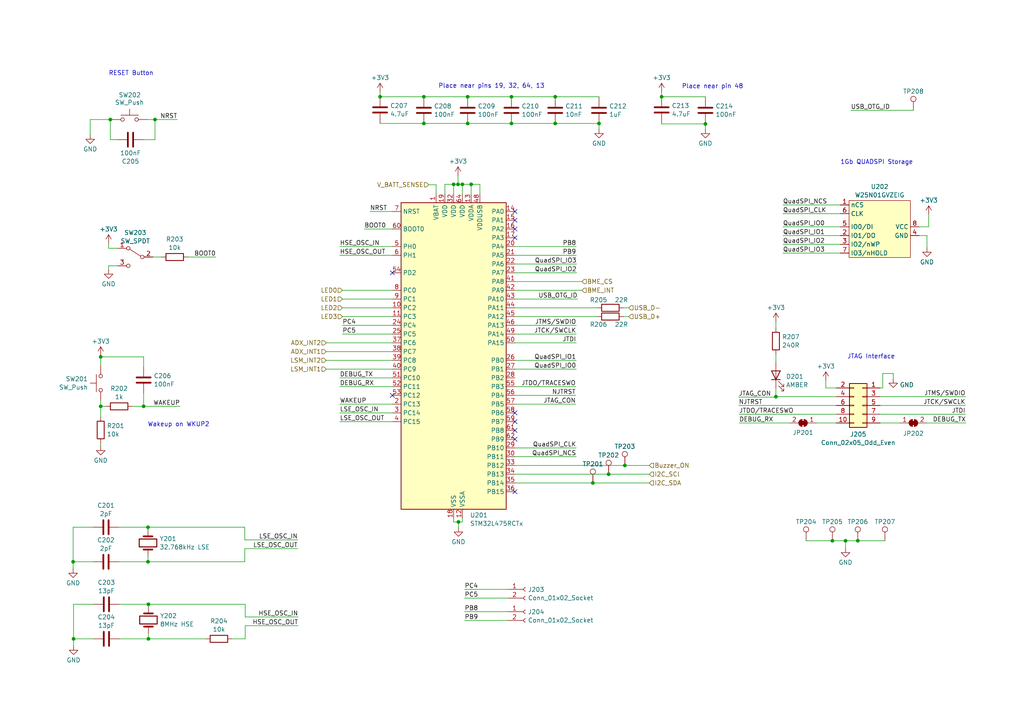
<source format=kicad_sch>
(kicad_sch (version 20231120) (generator "eeschema") (generator_version "8.0")
  (paper "A4")
  (title_block (title "Anduril-1 Flight Computer") (date "2024-02-22") (rev "V1.0") (company "UVic Rocketry"))
  (lib_symbols
    (symbol "Connector:Conn_01x02_Socket" (pin_names (offset 1.016) hide)
      (property "Reference" "J" (at 0 2.54 0))
      (property "Value" "Conn_01x02_Socket" (at 0 -5.08 0))
      (symbol "Conn_01x02_Socket_1_1"
        (arc (start 0 -2.032) (mid -0.5058 -2.54) (end 0 -3.048) (stroke (width 0.1524)))
        (polyline (pts (xy -1.27 -2.54) (xy -0.508 -2.54)) (stroke (width 0.1524)))
        (polyline (pts (xy -1.27 0) (xy -0.508 0)) (stroke (width 0.1524)))
        (arc (start 0 0.508) (mid -0.5058 0) (end 0 -0.508) (stroke (width 0.1524)))
        (pin passive line (at -5.08 0 0) (length 3.81) (name "Pin_1") (number "1"))
        (pin passive line (at -5.08 -2.54 0) (length 3.81) (name "Pin_2") (number "2"))
      )
    )
    (symbol "Connector:TestPoint" (pin_numbers hide) (pin_names (offset 0.762) hide)
      (property "Reference" "TP" (at 0 6.858 0))
      (property "Value" "TestPoint" (at 0 5.08 0))
      (symbol "TestPoint_0_1"
        (circle (center 0 3.302) (radius 0.762))
      )
      (symbol "TestPoint_1_1"
        (pin passive line (at 0 0 90) (length 2.54) (name "1") (number "1"))
      )
    )
    (symbol "Connector_Generic:Conn_02x05_Odd_Even" (pin_names (offset 1.016) hide)
      (property "Reference" "J" (at 1.27 7.62 0))
      (property "Value" "Conn_02x05_Odd_Even" (at 1.27 -7.62 0))
      (symbol "Conn_02x05_Odd_Even_1_1"
        (rectangle (start -1.27 -4.953) (end 0 -5.207) (stroke (width 0.1524)))
        (rectangle (start -1.27 -2.413) (end 0 -2.667) (stroke (width 0.1524)))
        (rectangle (start -1.27 0.127) (end 0 -0.127) (stroke (width 0.1524)))
        (rectangle (start -1.27 2.667) (end 0 2.413) (stroke (width 0.1524)))
        (rectangle (start -1.27 5.207) (end 0 4.953) (stroke (width 0.1524)))
        (rectangle (start -1.27 6.35) (end 3.81 -6.35) (stroke (width 0.254)) (fill (type background)))
        (rectangle (start 3.81 -4.953) (end 2.54 -5.207) (stroke (width 0.1524)))
        (rectangle (start 3.81 -2.413) (end 2.54 -2.667) (stroke (width 0.1524)))
        (rectangle (start 3.81 0.127) (end 2.54 -0.127) (stroke (width 0.1524)))
        (rectangle (start 3.81 2.667) (end 2.54 2.413) (stroke (width 0.1524)))
        (rectangle (start 3.81 5.207) (end 2.54 4.953) (stroke (width 0.1524)))
        (pin passive line (at -5.08 5.08 0) (length 3.81) (name "Pin_1") (number "1"))
        (pin passive line (at 7.62 -5.08 180) (length 3.81) (name "Pin_10") (number "10"))
        (pin passive line (at 7.62 5.08 180) (length 3.81) (name "Pin_2") (number "2"))
        (pin passive line (at -5.08 2.54 0) (length 3.81) (name "Pin_3") (number "3"))
        (pin passive line (at 7.62 2.54 180) (length 3.81) (name "Pin_4") (number "4"))
        (pin passive line (at -5.08 0 0) (length 3.81) (name "Pin_5") (number "5"))
        (pin passive line (at 7.62 0 180) (length 3.81) (name "Pin_6") (number "6"))
        (pin passive line (at -5.08 -2.54 0) (length 3.81) (name "Pin_7") (number "7"))
        (pin passive line (at 7.62 -2.54 180) (length 3.81) (name "Pin_8") (number "8"))
        (pin passive line (at -5.08 -5.08 0) (length 3.81) (name "Pin_9") (number "9"))
      )
    )
    (symbol "Device:C" (pin_numbers hide) (pin_names (offset 0.254))
      (property "Reference" "C" (at 0.635 2.54 0))
      (property "Value" "C" (at 0.635 -2.54 0))
      (symbol "C_0_1"
        (polyline (pts (xy -2.032 -0.762) (xy 2.032 -0.762)) (stroke (width 0.508)))
        (polyline (pts (xy -2.032 0.762) (xy 2.032 0.762)) (stroke (width 0.508)))
      )
      (symbol "C_1_1"
        (pin passive line (at 0 3.81 270) (length 2.794) (name "~") (number "1"))
        (pin passive line (at 0 -3.81 90) (length 2.794) (name "~") (number "2"))
      )
    )
    (symbol "Device:Crystal" (pin_numbers hide) (pin_names (offset 1.016) hide)
      (property "Reference" "Y" (at 0 3.81 0))
      (property "Value" "Crystal" (at 0 -3.81 0))
      (symbol "Crystal_0_1"
        (rectangle (start -1.143 2.54) (end 1.143 -2.54) (stroke (width 0.3048)))
        (polyline (pts (xy -2.54 0) (xy -1.905 0)))
        (polyline (pts (xy -1.905 -1.27) (xy -1.905 1.27)) (stroke (width 0.508)))
        (polyline (pts (xy 1.905 -1.27) (xy 1.905 1.27)) (stroke (width 0.508)))
        (polyline (pts (xy 2.54 0) (xy 1.905 0)))
      )
      (symbol "Crystal_1_1"
        (pin passive line (at -3.81 0 0) (length 1.27) (name "1") (number "1"))
        (pin passive line (at 3.81 0 180) (length 1.27) (name "2") (number "2"))
      )
    )
    (symbol "Device:LED" (pin_numbers hide) (pin_names (offset 1.016) hide)
      (property "Reference" "D" (at 0 2.54 0))
      (property "Value" "LED" (at 0 -2.54 0))
      (symbol "LED_0_1"
        (polyline (pts (xy -1.27 -1.27) (xy -1.27 1.27)) (stroke (width 0.254)))
        (polyline (pts (xy -1.27 0) (xy 1.27 0)))
        (polyline (pts (xy 1.27 -1.27) (xy 1.27 1.27) (xy -1.27 0) (xy 1.27 -1.27)) (stroke (width 0.254)))
        (polyline (pts (xy -3.048 -0.762) (xy -4.572 -2.286) (xy -3.81 -2.286) (xy -4.572 -2.286) (xy -4.572 -1.524)))
        (polyline (pts (xy -1.778 -0.762) (xy -3.302 -2.286) (xy -2.54 -2.286) (xy -3.302 -2.286) (xy -3.302 -1.524)))
      )
      (symbol "LED_1_1"
        (pin passive line (at -3.81 0 0) (length 2.54) (name "K") (number "1"))
        (pin passive line (at 3.81 0 180) (length 2.54) (name "A") (number "2"))
      )
    )
    (symbol "Device:R" (pin_numbers hide) (pin_names (offset 0))
      (property "Reference" "R" (at 2.032 0 90))
      (property "Value" "R" (at 0 0 90))
      (symbol "R_0_1"
        (rectangle (start -1.016 -2.54) (end 1.016 2.54) (stroke (width 0.254)))
      )
      (symbol "R_1_1"
        (pin passive line (at 0 3.81 270) (length 1.27) (name "~") (number "1"))
        (pin passive line (at 0 -3.81 90) (length 1.27) (name "~") (number "2"))
      )
    )
    (symbol "Jumper:SolderJumper_2_Bridged" (pin_names (offset 0) hide)
      (property "Reference" "JP" (at 0 2.032 0))
      (property "Value" "SolderJumper_2_Bridged" (at 0 -2.54 0))
      (symbol "SolderJumper_2_Bridged_0_1"
        (rectangle (start -0.508 0.508) (end 0.508 -0.508) (fill (type outline)))
        (arc (start -0.254 1.016) (mid -1.2656 0) (end -0.254 -1.016))
        (arc (start -0.254 1.016) (mid -1.2656 0) (end -0.254 -1.016) (fill (type outline)))
        (polyline (pts (xy -0.254 1.016) (xy -0.254 -1.016)))
        (polyline (pts (xy 0.254 1.016) (xy 0.254 -1.016)))
        (arc (start 0.254 -1.016) (mid 1.2656 0) (end 0.254 1.016))
        (arc (start 0.254 -1.016) (mid 1.2656 0) (end 0.254 1.016) (fill (type outline)))
      )
      (symbol "SolderJumper_2_Bridged_1_1"
        (pin passive line (at -3.81 0 0) (length 2.54) (name "A") (number "1"))
        (pin passive line (at 3.81 0 180) (length 2.54) (name "B") (number "2"))
      )
    )
    (symbol "MCU_ST_STM32L4:STM32L475RCTx"
      (property "Reference" "U" (at -15.24 46.99 0))
      (property "Value" "STM32L475RCTx" (at 10.16 46.99 0))
      (symbol "STM32L475RCTx_0_1"
        (rectangle (start -15.24 -43.18) (end 15.24 45.72) (stroke (width 0.254)) (fill (type background)))
      )
      (symbol "STM32L475RCTx_1_1"
        (pin power_in line (at -5.08 48.26 270) (length 2.54) (name "VBAT") (number "1"))
        (pin bidirectional line (at -17.78 15.24 0) (length 2.54) (name "PC2") (number "10"))
        (pin bidirectional line (at -17.78 12.7 0) (length 2.54) (name "PC3") (number "11"))
        (pin power_in line (at 2.54 -45.72 90) (length 2.54) (name "VSSA") (number "12"))
        (pin power_in line (at 5.08 48.26 270) (length 2.54) (name "VDDA") (number "13"))
        (pin bidirectional line (at 17.78 43.18 180) (length 2.54) (name "PA0") (number "14"))
        (pin bidirectional line (at 17.78 40.64 180) (length 2.54) (name "PA1") (number "15"))
        (pin bidirectional line (at 17.78 38.1 180) (length 2.54) (name "PA2") (number "16"))
        (pin bidirectional line (at 17.78 35.56 180) (length 2.54) (name "PA3") (number "17"))
        (pin power_in line (at 0 -45.72 90) (length 2.54) (name "VSS") (number "18"))
        (pin power_in line (at -2.54 48.26 270) (length 2.54) (name "VDD") (number "19"))
        (pin bidirectional line (at -17.78 -12.7 0) (length 2.54) (name "PC13") (number "2"))
        (pin bidirectional line (at 17.78 33.02 180) (length 2.54) (name "PA4") (number "20"))
        (pin bidirectional line (at 17.78 30.48 180) (length 2.54) (name "PA5") (number "21"))
        (pin bidirectional line (at 17.78 27.94 180) (length 2.54) (name "PA6") (number "22"))
        (pin bidirectional line (at 17.78 25.4 180) (length 2.54) (name "PA7") (number "23"))
        (pin bidirectional line (at -17.78 10.16 0) (length 2.54) (name "PC4") (number "24"))
        (pin bidirectional line (at -17.78 7.62 0) (length 2.54) (name "PC5") (number "25"))
        (pin bidirectional line (at 17.78 0 180) (length 2.54) (name "PB0") (number "26"))
        (pin bidirectional line (at 17.78 -2.54 180) (length 2.54) (name "PB1") (number "27"))
        (pin bidirectional line (at 17.78 -5.08 180) (length 2.54) (name "PB2") (number "28"))
        (pin bidirectional line (at 17.78 -25.4 180) (length 2.54) (name "PB10") (number "29"))
        (pin bidirectional line (at -17.78 -15.24 0) (length 2.54) (name "PC14") (number "3"))
        (pin bidirectional line (at 17.78 -27.94 180) (length 2.54) (name "PB11") (number "30"))
        (pin passive line (at 0 -45.72 90) (length 2.54) hide (name "VSS") (number "31"))
        (pin power_in line (at 0 48.26 270) (length 2.54) (name "VDD") (number "32"))
        (pin bidirectional line (at 17.78 -30.48 180) (length 2.54) (name "PB12") (number "33"))
        (pin bidirectional line (at 17.78 -33.02 180) (length 2.54) (name "PB13") (number "34"))
        (pin bidirectional line (at 17.78 -35.56 180) (length 2.54) (name "PB14") (number "35"))
        (pin bidirectional line (at 17.78 -38.1 180) (length 2.54) (name "PB15") (number "36"))
        (pin bidirectional line (at -17.78 5.08 0) (length 2.54) (name "PC6") (number "37"))
        (pin bidirectional line (at -17.78 2.54 0) (length 2.54) (name "PC7") (number "38"))
        (pin bidirectional line (at -17.78 0 0) (length 2.54) (name "PC8") (number "39"))
        (pin bidirectional line (at -17.78 -17.78 0) (length 2.54) (name "PC15") (number "4"))
        (pin bidirectional line (at -17.78 -2.54 0) (length 2.54) (name "PC9") (number "40"))
        (pin bidirectional line (at 17.78 22.86 180) (length 2.54) (name "PA8") (number "41"))
        (pin bidirectional line (at 17.78 20.32 180) (length 2.54) (name "PA9") (number "42"))
        (pin bidirectional line (at 17.78 17.78 180) (length 2.54) (name "PA10") (number "43"))
        (pin bidirectional line (at 17.78 15.24 180) (length 2.54) (name "PA11") (number "44"))
        (pin bidirectional line (at 17.78 12.7 180) (length 2.54) (name "PA12") (number "45"))
        (pin bidirectional line (at 17.78 10.16 180) (length 2.54) (name "PA13") (number "46"))
        (pin passive line (at 0 -45.72 90) (length 2.54) hide (name "VSS") (number "47"))
        (pin power_in line (at 7.62 48.26 270) (length 2.54) (name "VDDUSB") (number "48"))
        (pin bidirectional line (at 17.78 7.62 180) (length 2.54) (name "PA14") (number "49"))
        (pin bidirectional line (at -17.78 33.02 0) (length 2.54) (name "PH0") (number "5"))
        (pin bidirectional line (at 17.78 5.08 180) (length 2.54) (name "PA15") (number "50"))
        (pin bidirectional line (at -17.78 -5.08 0) (length 2.54) (name "PC10") (number "51"))
        (pin bidirectional line (at -17.78 -7.62 0) (length 2.54) (name "PC11") (number "52"))
        (pin bidirectional line (at -17.78 -10.16 0) (length 2.54) (name "PC12") (number "53"))
        (pin bidirectional line (at -17.78 25.4 0) (length 2.54) (name "PD2") (number "54"))
        (pin bidirectional line (at 17.78 -7.62 180) (length 2.54) (name "PB3") (number "55"))
        (pin bidirectional line (at 17.78 -10.16 180) (length 2.54) (name "PB4") (number "56"))
        (pin bidirectional line (at 17.78 -12.7 180) (length 2.54) (name "PB5") (number "57"))
        (pin bidirectional line (at 17.78 -15.24 180) (length 2.54) (name "PB6") (number "58"))
        (pin bidirectional line (at 17.78 -17.78 180) (length 2.54) (name "PB7") (number "59"))
        (pin bidirectional line (at -17.78 30.48 0) (length 2.54) (name "PH1") (number "6"))
        (pin input line (at -17.78 38.1 0) (length 2.54) (name "BOOT0") (number "60"))
        (pin bidirectional line (at 17.78 -20.32 180) (length 2.54) (name "PB8") (number "61"))
        (pin bidirectional line (at 17.78 -22.86 180) (length 2.54) (name "PB9") (number "62"))
        (pin passive line (at 0 -45.72 90) (length 2.54) hide (name "VSS") (number "63"))
        (pin power_in line (at 2.54 48.26 270) (length 2.54) (name "VDD") (number "64"))
        (pin input line (at -17.78 43.18 0) (length 2.54) (name "NRST") (number "7"))
        (pin bidirectional line (at -17.78 20.32 0) (length 2.54) (name "PC0") (number "8"))
        (pin bidirectional line (at -17.78 17.78 0) (length 2.54) (name "PC1") (number "9"))
      )
    )
    (symbol "Switch:SW_Push" (pin_numbers hide) (pin_names (offset 1.016) hide)
      (property "Reference" "SW" (at 1.27 2.54 0))
      (property "Value" "SW_Push" (at 0 -1.524 0))
      (symbol "SW_Push_0_1"
        (circle (center -2.032 0) (radius 0.508))
        (polyline (pts (xy 0 1.27) (xy 0 3.048)))
        (polyline (pts (xy 2.54 1.27) (xy -2.54 1.27)))
        (circle (center 2.032 0) (radius 0.508))
        (pin passive line (at -5.08 0 0) (length 2.54) (name "1") (number "1"))
        (pin passive line (at 5.08 0 180) (length 2.54) (name "2") (number "2"))
      )
    )
    (symbol "Switch:SW_SPDT" (pin_names (offset 0) hide)
      (property "Reference" "SW" (at 0 4.318 0))
      (property "Value" "SW_SPDT" (at 0 -5.08 0))
      (symbol "SW_SPDT_0_0"
        (circle (center -2.032 0) (radius 0.508))
        (circle (center 2.032 -2.54) (radius 0.508))
      )
      (symbol "SW_SPDT_0_1"
        (polyline (pts (xy -1.524 0.254) (xy 1.651 2.286)))
        (circle (center 2.032 2.54) (radius 0.508))
      )
      (symbol "SW_SPDT_1_1"
        (pin passive line (at 5.08 2.54 180) (length 2.54) (name "A") (number "1"))
        (pin passive line (at -5.08 0 0) (length 2.54) (name "B") (number "2"))
        (pin passive line (at 5.08 -2.54 180) (length 2.54) (name "C") (number "3"))
      )
    )
    (symbol "W25N01GVZEIG:W25N01GVZEIG"
      (property "Reference" "U" (at 0 0 0))
      (property "Value" "W25N01GVZEIG" (at 0 0 0))
      (symbol "W25N01GVZEIG_1_1"
        (rectangle (start 1.27 -16.51) (end 19.05 -33.02) (fill (type background)))
        (pin input line (at -1.27 -17.78 0) (length 2.54) (name "nCS") (number "1"))
        (pin bidirectional line (at -1.27 -26.67 0) (length 2.54) (name "IO1/DO") (number "2"))
        (pin bidirectional line (at -1.27 -29.21 0) (length 2.54) (name "IO2/nWP") (number "3"))
        (pin passive line (at 21.59 -26.67 180) (length 2.54) (name "GND") (number "4"))
        (pin bidirectional line (at -1.27 -24.13 0) (length 2.54) (name "IO0/DI") (number "5"))
        (pin input line (at -1.27 -20.32 0) (length 2.54) (name "CLK") (number "6"))
        (pin bidirectional line (at -1.27 -31.75 0) (length 2.54) (name "IO3/nHOLD") (number "7"))
        (pin power_in line (at 21.59 -24.13 180) (length 2.54) (name "VCC") (number "8"))
      )
    )
    (symbol "power:+3V3" (power) (pin_names (offset 0))
      (property "Value" "+3V3" (at 0 3.556 0))
      (symbol "+3V3_0_1"
        (polyline (pts (xy -0.762 1.27) (xy 0 2.54)))
        (polyline (pts (xy 0 0) (xy 0 2.54)))
        (polyline (pts (xy 0 2.54) (xy 0.762 1.27)))
      )
      (symbol "+3V3_1_1"
        (pin power_in line (at 0 0 90) (length 0) hide (name "+3V3") (number "1"))
      )
    )
    (symbol "power:GND" (power) (pin_names (offset 0))
      (property "Value" "GND" (at 0 -3.81 0))
      (symbol "GND_0_1"
        (polyline (pts (xy 0 0) (xy 0 -1.27) (xy 1.27 -1.27) (xy 0 -2.54) (xy -1.27 -1.27) (xy 0 -1.27)))
      )
      (symbol "GND_1_1"
        (pin power_in line (at 0 0 270) (length 0) hide (name "GND") (number "1"))
      )
    )
  )
  (junction (at 135.636 35.814))
  (junction (at 29.21 117.856))
  (junction (at 131.572 53.467))
  (junction (at 132.842 53.467))
  (junction (at 135.636 28.067))
  (junction (at 148.336 35.814))
  (junction (at 241.427 156.845))
  (junction (at 173.736 35.814))
  (junction (at 225.044 115.062))
  (junction (at 42.926 152.908))
  (junction (at 161.036 28.067))
  (junction (at 161.036 35.814))
  (junction (at 41.656 117.856))
  (junction (at 122.936 35.814))
  (junction (at 181.229 135.001))
  (junction (at 136.652 53.467))
  (junction (at 43.053 185.293))
  (junction (at 122.936 28.067))
  (junction (at 132.969 151.384))
  (junction (at 32.004 34.671))
  (junction (at 204.597 35.941))
  (junction (at 248.793 156.845))
  (junction (at 245.237 156.845))
  (junction (at 110.236 28.067))
  (junction (at 171.958 140.081))
  (junction (at 176.53 137.541))
  (junction (at 191.897 28.067))
  (junction (at 21.336 185.293))
  (junction (at 42.926 162.941))
  (junction (at 43.053 175.26))
  (junction (at 21.209 162.941))
  (junction (at 44.958 34.671))
  (junction (at 134.112 53.467))
  (junction (at 148.336 28.067))
  (junction (at 29.21 103.505))
  (no_connect (at 149.352 122.301))
  (no_connect (at 149.352 124.841))
  (no_connect (at 149.352 68.961))
  (no_connect (at 149.352 127.381))
  (no_connect (at 113.792 114.681))
  (no_connect (at 149.352 119.761))
  (no_connect (at 149.352 66.421))
  (no_connect (at 149.352 63.881))
  (no_connect (at 149.352 61.341))
  (no_connect (at 149.352 142.621))
  (no_connect (at 113.792 79.121))
  (wire (pts (xy 41.656 114.046) (xy 41.656 117.856)))
  (wire (pts (xy 149.352 99.441) (xy 167.132 99.441)))
  (wire (pts (xy 149.352 137.541) (xy 176.53 137.541)))
  (wire (pts (xy 70.993 159.131) (xy 86.36 159.131)))
  (wire (pts (xy 173.736 35.814) (xy 173.736 37.465)))
  (wire (pts (xy 21.336 185.293) (xy 21.336 187.325)))
  (wire (pts (xy 204.597 28.067) (xy 204.597 28.194)))
  (wire (pts (xy 110.236 28.067) (xy 122.936 28.067)))
  (wire (pts (xy 21.209 152.908) (xy 21.209 162.941)))
  (wire (pts (xy 113.792 71.501) (xy 98.552 71.501)))
  (wire (pts (xy 99.314 84.201) (xy 113.792 84.201)))
  (wire (pts (xy 129.032 53.467) (xy 129.032 56.261)))
  (wire (pts (xy 71.12 181.483) (xy 86.487 181.483)))
  (wire (pts (xy 131.572 53.467) (xy 131.572 56.261)))
  (wire (pts (xy 266.573 68.326) (xy 268.859 68.326)))
  (wire (pts (xy 70.993 152.908) (xy 70.993 156.591)))
  (wire (pts (xy 110.236 26.67) (xy 110.236 28.067)))
  (wire (pts (xy 136.652 53.467) (xy 136.652 56.261)))
  (wire (pts (xy 149.352 86.741) (xy 167.513 86.741)))
  (wire (pts (xy 32.004 34.671) (xy 32.512 34.671)))
  (wire (pts (xy 268.859 68.326) (xy 268.859 71.882)))
  (wire (pts (xy 149.352 91.821) (xy 173.228 91.821)))
  (wire (pts (xy 113.792 91.821) (xy 99.314 91.821)))
  (wire (pts (xy 113.792 122.301) (xy 98.552 122.301)))
  (wire (pts (xy 71.12 175.26) (xy 71.12 178.943)))
  (wire (pts (xy 168.783 84.201) (xy 149.352 84.201)))
  (wire (pts (xy 214.249 115.189) (xy 225.044 115.189)))
  (wire (pts (xy 113.792 96.901) (xy 99.314 96.901)))
  (wire (pts (xy 31.496 72.009) (xy 31.496 70.612)))
  (wire (pts (xy 147.32 173.482) (xy 134.747 173.482)))
  (wire (pts (xy 149.352 129.921) (xy 167.132 129.921)))
  (wire (pts (xy 44.323 74.549) (xy 46.863 74.549)))
  (wire (pts (xy 149.352 107.061) (xy 167.132 107.061)))
  (wire (pts (xy 132.969 151.384) (xy 132.969 153.035)))
  (wire (pts (xy 43.053 175.26) (xy 43.053 176.022)))
  (wire (pts (xy 41.656 40.513) (xy 44.958 40.513)))
  (wire (pts (xy 149.352 71.501) (xy 167.132 71.501)))
  (wire (pts (xy 42.926 152.908) (xy 42.926 153.67)))
  (wire (pts (xy 214.376 120.142) (xy 242.57 120.142)))
  (wire (pts (xy 43.053 175.26) (xy 71.12 175.26)))
  (wire (pts (xy 269.367 65.786) (xy 269.367 62.23)))
  (wire (pts (xy 227.076 70.866) (xy 243.713 70.866)))
  (wire (pts (xy 225.044 112.649) (xy 225.044 115.062)))
  (wire (pts (xy 139.192 56.261) (xy 139.192 53.467)))
  (wire (pts (xy 113.792 109.601) (xy 98.552 109.601)))
  (wire (pts (xy 44.958 40.513) (xy 44.958 34.671)))
  (wire (pts (xy 227.076 65.786) (xy 243.713 65.786)))
  (wire (pts (xy 71.12 185.293) (xy 71.12 181.483)))
  (wire (pts (xy 191.897 35.941) (xy 204.597 35.941)))
  (wire (pts (xy 180.848 91.821) (xy 182.372 91.821)))
  (wire (pts (xy 236.728 122.682) (xy 242.57 122.682)))
  (wire (pts (xy 94.615 107.061) (xy 113.792 107.061)))
  (wire (pts (xy 180.848 89.281) (xy 182.372 89.281)))
  (wire (pts (xy 147.32 179.959) (xy 134.747 179.959)))
  (wire (pts (xy 113.792 117.221) (xy 98.552 117.221)))
  (wire (pts (xy 110.236 35.814) (xy 122.936 35.814)))
  (wire (pts (xy 241.427 156.845) (xy 245.237 156.845)))
  (wire (pts (xy 149.352 89.281) (xy 173.228 89.281)))
  (wire (pts (xy 149.352 114.681) (xy 167.005 114.681)))
  (wire (pts (xy 94.615 104.521) (xy 113.792 104.521)))
  (wire (pts (xy 70.993 156.591) (xy 86.36 156.591)))
  (wire (pts (xy 26.162 34.671) (xy 32.004 34.671)))
  (wire (pts (xy 29.21 103.505) (xy 41.656 103.505)))
  (wire (pts (xy 149.352 112.141) (xy 167.005 112.141)))
  (wire (pts (xy 148.336 28.067) (xy 161.036 28.067)))
  (wire (pts (xy 67.31 185.293) (xy 71.12 185.293)))
  (wire (pts (xy 256.032 112.522) (xy 256.032 108.331)))
  (wire (pts (xy 94.615 99.441) (xy 113.792 99.441)))
  (wire (pts (xy 181.229 135.001) (xy 188.341 135.001)))
  (wire (pts (xy 34.544 152.908) (xy 42.926 152.908)))
  (wire (pts (xy 21.209 162.941) (xy 26.924 162.941)))
  (wire (pts (xy 34.544 162.941) (xy 42.926 162.941)))
  (wire (pts (xy 132.842 53.467) (xy 134.112 53.467)))
  (wire (pts (xy 32.004 40.513) (xy 32.004 34.671)))
  (wire (pts (xy 30.734 117.856) (xy 29.21 117.856)))
  (wire (pts (xy 227.076 59.436) (xy 243.713 59.436)))
  (wire (pts (xy 149.352 79.121) (xy 167.259 79.121)))
  (wire (pts (xy 113.792 86.741) (xy 99.314 86.741)))
  (wire (pts (xy 149.352 81.661) (xy 168.783 81.661)))
  (wire (pts (xy 134.112 150.241) (xy 134.112 151.384)))
  (wire (pts (xy 239.522 110.363) (xy 239.522 112.522)))
  (wire (pts (xy 136.652 53.467) (xy 139.192 53.467)))
  (wire (pts (xy 29.21 116.205) (xy 29.21 117.856)))
  (wire (pts (xy 149.352 135.001) (xy 181.229 135.001)))
  (wire (pts (xy 29.21 128.524) (xy 29.21 129.413)))
  (wire (pts (xy 113.792 89.281) (xy 99.314 89.281)))
  (wire (pts (xy 266.573 65.786) (xy 269.367 65.786)))
  (wire (pts (xy 147.32 170.942) (xy 134.747 170.942)))
  (wire (pts (xy 259.08 108.331) (xy 259.08 109.855)))
  (wire (pts (xy 255.27 122.682) (xy 261.112 122.682)))
  (wire (pts (xy 34.671 185.293) (xy 43.053 185.293)))
  (wire (pts (xy 26.924 152.908) (xy 21.209 152.908)))
  (wire (pts (xy 255.27 120.142) (xy 280.035 120.142)))
  (wire (pts (xy 94.615 101.981) (xy 113.792 101.981)))
  (wire (pts (xy 126.492 56.261) (xy 126.492 53.594)))
  (wire (pts (xy 225.044 93.345) (xy 225.044 95.123)))
  (wire (pts (xy 268.732 122.682) (xy 280.162 122.682)))
  (wire (pts (xy 41.656 106.426) (xy 41.656 103.505)))
  (wire (pts (xy 135.636 35.814) (xy 148.336 35.814)))
  (wire (pts (xy 225.044 115.062) (xy 242.57 115.062)))
  (wire (pts (xy 113.792 74.041) (xy 98.552 74.041)))
  (wire (pts (xy 233.807 156.845) (xy 241.427 156.845)))
  (wire (pts (xy 26.162 34.671) (xy 26.162 39.116)))
  (wire (pts (xy 113.792 94.361) (xy 99.314 94.361)))
  (wire (pts (xy 225.044 115.189) (xy 225.044 115.062)))
  (wire (pts (xy 113.792 112.141) (xy 98.552 112.141)))
  (wire (pts (xy 38.354 117.856) (xy 41.656 117.856)))
  (wire (pts (xy 131.572 53.467) (xy 132.842 53.467)))
  (wire (pts (xy 214.376 122.682) (xy 229.108 122.682)))
  (wire (pts (xy 161.036 35.814) (xy 173.736 35.814)))
  (wire (pts (xy 176.53 137.541) (xy 188.341 137.541)))
  (wire (pts (xy 227.076 68.326) (xy 243.713 68.326)))
  (wire (pts (xy 255.27 115.062) (xy 280.035 115.062)))
  (wire (pts (xy 34.036 40.513) (xy 32.004 40.513)))
  (wire (pts (xy 191.897 35.687) (xy 191.897 35.941)))
  (wire (pts (xy 204.597 35.941) (xy 204.597 37.465)))
  (wire (pts (xy 129.032 53.467) (xy 131.572 53.467)))
  (wire (pts (xy 122.936 28.067) (xy 122.936 28.194)))
  (wire (pts (xy 110.236 35.687) (xy 110.236 35.814)))
  (wire (pts (xy 21.336 175.26) (xy 21.336 185.293)))
  (wire (pts (xy 27.051 175.26) (xy 21.336 175.26)))
  (wire (pts (xy 135.636 28.067) (xy 135.636 28.194)))
  (wire (pts (xy 149.352 140.081) (xy 171.958 140.081)))
  (wire (pts (xy 42.926 161.29) (xy 42.926 162.941)))
  (wire (pts (xy 134.112 53.467) (xy 136.652 53.467)))
  (wire (pts (xy 42.926 152.908) (xy 70.993 152.908)))
  (wire (pts (xy 149.352 76.581) (xy 167.259 76.581)))
  (wire (pts (xy 148.336 28.067) (xy 148.336 28.194)))
  (wire (pts (xy 54.483 74.549) (xy 62.611 74.549)))
  (wire (pts (xy 134.747 177.419) (xy 147.32 177.419)))
  (wire (pts (xy 256.032 108.331) (xy 259.08 108.331)))
  (wire (pts (xy 191.897 28.067) (xy 204.597 28.067)))
  (wire (pts (xy 225.044 102.743) (xy 225.044 105.029)))
  (wire (pts (xy 21.209 162.941) (xy 21.209 164.973)))
  (wire (pts (xy 149.352 132.461) (xy 167.132 132.461)))
  (wire (pts (xy 161.036 28.067) (xy 173.736 28.067)))
  (wire (pts (xy 34.163 77.089) (xy 31.496 77.089)))
  (wire (pts (xy 135.636 28.067) (xy 148.336 28.067)))
  (wire (pts (xy 43.053 185.293) (xy 59.69 185.293)))
  (wire (pts (xy 255.27 117.602) (xy 280.035 117.602)))
  (wire (pts (xy 42.672 34.671) (xy 44.958 34.671)))
  (wire (pts (xy 113.792 119.761) (xy 98.552 119.761)))
  (wire (pts (xy 171.958 140.081) (xy 188.341 140.081)))
  (wire (pts (xy 149.352 117.221) (xy 167.005 117.221)))
  (wire (pts (xy 42.926 162.941) (xy 70.993 162.941)))
  (wire (pts (xy 161.036 28.067) (xy 161.036 28.194)))
  (wire (pts (xy 255.27 112.522) (xy 256.032 112.522)))
  (wire (pts (xy 122.936 28.067) (xy 135.636 28.067)))
  (wire (pts (xy 173.736 28.067) (xy 173.736 28.194)))
  (wire (pts (xy 243.713 61.976) (xy 227.076 61.976)))
  (wire (pts (xy 248.793 156.845) (xy 256.667 156.845)))
  (wire (pts (xy 43.053 183.642) (xy 43.053 185.293)))
  (wire (pts (xy 131.572 150.241) (xy 131.572 151.384)))
  (wire (pts (xy 124.333 53.594) (xy 126.492 53.594)))
  (wire (pts (xy 132.969 151.384) (xy 134.112 151.384)))
  (wire (pts (xy 132.842 50.927) (xy 132.842 53.467)))
  (wire (pts (xy 149.352 74.041) (xy 167.132 74.041)))
  (wire (pts (xy 149.352 94.361) (xy 167.132 94.361)))
  (wire (pts (xy 31.496 77.089) (xy 31.496 78.232)))
  (wire (pts (xy 29.21 106.045) (xy 29.21 103.505)))
  (wire (pts (xy 148.336 35.814) (xy 161.036 35.814)))
  (wire (pts (xy 44.958 34.671) (xy 51.435 34.671)))
  (wire (pts (xy 239.522 112.522) (xy 242.57 112.522)))
  (wire (pts (xy 113.792 61.341) (xy 107.315 61.341)))
  (wire (pts (xy 149.352 104.521) (xy 167.132 104.521)))
  (wire (pts (xy 149.352 96.901) (xy 167.132 96.901)))
  (wire (pts (xy 41.656 117.856) (xy 52.197 117.856)))
  (wire (pts (xy 122.936 35.814) (xy 135.636 35.814)))
  (wire (pts (xy 245.237 156.845) (xy 248.793 156.845)))
  (wire (pts (xy 34.671 175.26) (xy 43.053 175.26)))
  (wire (pts (xy 264.922 32.004) (xy 246.761 32.004)))
  (wire (pts (xy 131.572 151.384) (xy 132.969 151.384)))
  (wire (pts (xy 34.163 72.009) (xy 31.496 72.009)))
  (wire (pts (xy 245.237 156.845) (xy 245.237 159.004)))
  (wire (pts (xy 29.21 117.856) (xy 29.21 120.904)))
  (wire (pts (xy 227.076 73.406) (xy 243.713 73.406)))
  (wire (pts (xy 29.21 103.505) (xy 29.21 103.124)))
  (wire (pts (xy 191.897 26.67) (xy 191.897 28.067)))
  (wire (pts (xy 134.112 56.261) (xy 134.112 53.467)))
  (wire (pts (xy 113.792 66.421) (xy 105.664 66.421)))
  (wire (pts (xy 21.336 185.293) (xy 27.051 185.293)))
  (wire (pts (xy 70.993 162.941) (xy 70.993 159.131)))
  (wire (pts (xy 214.249 117.602) (xy 242.57 117.602)))
  (wire (pts (xy 71.12 178.943) (xy 86.487 178.943)))
  (wire (pts (xy 204.597 35.814) (xy 204.597 35.941)))
  (text "JTAG Interface\n" (at 245.745 104.267 0) (effects (font (size 1.27 1.27)) (justify left bottom)))
  (text "Wakeup on WKUP2\n" (at 42.799 123.952 0) (effects (font (size 1.27 1.27)) (justify left bottom)))
  (text "Place near pins 19, 32, 64, 13" (at 127.127 25.781 0) (effects (font (size 1.27 1.27)) (justify left bottom)))
  (text "Place near pin 48" (at 197.739 25.908 0) (effects (font (size 1.27 1.27)) (justify left bottom)))
  (text "1Gb QUADSPI Storage" (at 243.713 47.879 0) (effects (font (size 1.27 1.27)) (justify left bottom)))
  (text "RESET Button\n" (at 31.496 22.098 0) (effects (font (size 1.27 1.27)) (justify left bottom)))
  (label "PC5" (at 99.314 96.901 0))
  (label "BOOT0" (at 62.611 74.549 180))
  (label "LSE_OSC_IN" (at 98.552 119.761 0))
  (label "PB8" (at 167.132 71.501 180))
  (label "PB8" (at 134.747 177.419 0))
  (label "JTAG_CON" (at 214.249 115.189 0))
  (label "JTDO{slash}TRACESWO" (at 167.005 112.141 180))
  (label "QuadSPI_IO0" (at 227.076 65.786 0))
  (label "QuadSPI_CLK" (at 167.132 129.921 180))
  (label "LSE_OSC_OUT" (at 98.552 122.301 0))
  (label "QuadSPI_CLK" (at 227.076 61.976 0))
  (label "QuadSPI_NCS" (at 227.076 59.436 0))
  (label "QuadSPI_IO3" (at 227.076 73.406 0))
  (label "LSE_OSC_IN" (at 86.36 156.591 180))
  (label "JTDI" (at 280.035 120.142 180))
  (label "QuadSPI_IO0" (at 167.132 107.061 180))
  (label "JTCK{slash}SWCLK" (at 280.035 117.602 180))
  (label "DEBUG_RX" (at 98.552 112.141 0))
  (label "HSE_OSC_IN" (at 86.487 178.943 180))
  (label "DEBUG_TX" (at 98.552 109.601 0))
  (label "NRST" (at 51.435 34.671 180))
  (label "USB_OTG_ID" (at 246.761 32.004 0))
  (label "JTDO{slash}TRACESWO" (at 214.376 120.142 0))
  (label "PC5" (at 134.747 173.482 0))
  (label "QuadSPI_IO3" (at 167.259 76.581 180))
  (label "DEBUG_RX" (at 214.376 122.682 0))
  (label "BOOT0" (at 105.664 66.421 0))
  (label "USB_OTG_ID" (at 167.513 86.741 180))
  (label "PC4" (at 134.747 170.942 0))
  (label "NJTRST" (at 214.249 117.602 0))
  (label "QuadSPI_IO2" (at 167.259 79.121 180))
  (label "NRST" (at 107.315 61.341 0))
  (label "NJTRST" (at 167.005 114.681 180))
  (label "QuadSPI_IO1" (at 227.076 68.326 0))
  (label "JTDI" (at 167.132 99.441 180))
  (label "WAKEUP" (at 98.552 117.221 0))
  (label "DEBUG_TX" (at 280.162 122.682 180))
  (label "WAKEUP" (at 52.197 117.856 180))
  (label "LSE_OSC_OUT" (at 86.36 159.131 180))
  (label "HSE_OSC_OUT" (at 98.552 74.041 0))
  (label "JTCK{slash}SWCLK" (at 167.132 96.901 180))
  (label "JTMS{slash}SWDIO" (at 280.035 115.062 180))
  (label "HSE_OSC_OUT" (at 86.487 181.483 180))
  (label "JTMS{slash}SWDIO" (at 167.132 94.361 180))
  (label "PC4" (at 99.314 94.361 0))
  (label "PB9" (at 134.747 179.959 0))
  (label "QuadSPI_IO1" (at 167.132 104.521 180))
  (label "QuadSPI_IO2" (at 227.076 70.866 0))
  (label "HSE_OSC_IN" (at 98.552 71.501 0))
  (label "QuadSPI_NCS" (at 167.132 132.461 180))
  (label "PB9" (at 167.132 74.041 180))
  (label "JTAG_CON" (at 167.005 117.221 180))
  (hierarchical_label "USB_D+" (shape input) (at 182.372 91.821 0))
  (hierarchical_label "V_BATT_SENSE" (shape input) (at 124.333 53.594 180))
  (hierarchical_label "USB_D-" (shape input) (at 182.372 89.281 0))
  (hierarchical_label "I2C_SDA" (shape input) (at 188.341 140.081 0))
  (hierarchical_label "BME_CS" (shape input) (at 168.783 81.661 0))
  (hierarchical_label "LSM_INT2" (shape input) (at 94.615 104.521 180))
  (hierarchical_label "LED2" (shape input) (at 99.314 89.281 180))
  (hierarchical_label "LED0" (shape input) (at 99.314 84.201 180))
  (hierarchical_label "LSM_INT1" (shape input) (at 94.615 107.061 180))
  (hierarchical_label "BME_INT" (shape input) (at 168.783 84.201 0))
  (hierarchical_label "LED1" (shape input) (at 99.314 86.741 180))
  (hierarchical_label "Buzzer_ON" (shape input) (at 188.341 135.001 0))
  (hierarchical_label "ADX_INT2" (shape input) (at 94.615 99.441 180))
  (hierarchical_label "LED3" (shape input) (at 99.314 91.821 180))
  (hierarchical_label "I2C_SCl" (shape input) (at 188.341 137.541 0))
  (hierarchical_label "ADX_INT1" (shape input) (at 94.615 101.981 180))
  (symbol (lib_id "Device:C") (at 148.336 32.004 0) (unit 1)
    (property "Reference" "C210" (at 151.257 30.7919 0) (effects (justify left)))
    (property "Value" "100nF" (at 151.257 33.2161 0) (effects (justify left)))
    (property "Footprint" "Capacitor_SMD:C_0603_1608Metric_Pad1.08x0.95mm_HandSolder" (effects (hide yes)))
    (property "Description" "100nF 0603" (effects (hide yes)))
    (property "DK_Number" "311-1088-1-ND" (effects (hide yes)))
  )
  (symbol (lib_id "power:GND") (at 173.736 37.465 0) (unit 1)
    (property "Reference" "#PWR0211" (effects (hide yes)))
    (property "Value" "GND" (at 173.736 41.5981 0))
  )
  (symbol (lib_id "power:+3V3") (at 191.897 26.67 0) (unit 1)
    (property "Reference" "#PWR0212" (effects (hide yes)))
    (property "Value" "+3V3" (at 191.897 22.5369 0))
  )
  (symbol (lib_id "Connector:TestPoint") (at 264.922 32.004 0) (unit 1)
    (property "Reference" "TP208" (at 264.922 25.781 0) (effects (justify top)))
    (property "Footprint" "TestPoint:TestPoint_THTPad_D1.0mm_Drill0.5mm" (effects (hide yes)))
  )
  (symbol (lib_id "Connector:Conn_01x02_Socket") (at 152.4 170.942 0) (unit 1)
    (property "Reference" "J203" (at 153.1112 170.9999 0) (effects (justify left)))
    (property "Value" "Conn_01x02_Socket" (at 153.1112 173.4241 0) (effects (justify left)))
    (property "Footprint" "Connector_PinSocket_2.54mm:PinSocket_1x02_P2.54mm_Vertical" (effects (hide yes)))
    (property "Description" "Socket 1x2 2.54" (effects (hide yes)))
  )
  (symbol (lib_id "Device:R") (at 225.044 98.933 0) (unit 1)
    (property "Reference" "R207" (at 226.822 97.7209 0) (effects (justify left)))
    (property "Value" "240R" (at 226.822 100.1451 0) (effects (justify left)))
    (property "Footprint" "Resistor_SMD:R_0603_1608Metric_Pad0.98x0.95mm_HandSolder" (effects (hide yes)))
    (property "Description" "240R 0603" (effects (hide yes)))
    (property "DK_Number" "YAG3582CT-ND" (effects (hide yes)))
  )
  (symbol (lib_id "Device:Crystal") (at 43.053 179.832 90) (unit 1)
    (property "Reference" "Y202" (at 46.3804 178.6199 90) (effects (justify right)))
    (property "Value" "8MHz HSE" (at 46.3804 181.0441 90) (effects (justify right)))
    (property "Footprint" "Crystal:Crystal_SMD_0603-2Pin_6.0x3.5mm" (effects (hide yes)))
    (property "DK_Number" "535-9831-1-ND" (effects (hide yes)))
  )
  (symbol (lib_id "power:+3V3") (at 269.367 62.23 0) (unit 1)
    (property "Reference" "#PWR0219" (effects (hide yes)))
    (property "Value" "+3V3" (at 269.367 58.0969 0))
  )
  (symbol (lib_id "power:GND") (at 245.237 159.004 0) (unit 1)
    (property "Reference" "#PWR0216" (effects (hide yes)))
    (property "Value" "GND" (at 245.237 163.1371 0))
  )
  (symbol (lib_id "Device:C") (at 30.861 185.293 90) (mirror x) (unit 1)
    (property "Reference" "C204" (at 30.861 178.9897 90))
    (property "Value" "13pF" (at 30.861 181.4139 90))
    (property "Footprint" "Capacitor_SMD:C_0603_1608Metric_Pad1.08x0.95mm_HandSolder" (effects (hide yes)))
    (property "Description" "13pF 0603" (effects (hide yes)))
    (property "DK_Number" "311-1767-1-ND" (effects (hide yes)))
  )
  (symbol (lib_id "power:GND") (at 259.08 109.855 0) (unit 1)
    (property "Reference" "#PWR0217" (effects (hide yes)))
    (property "Value" "GND" (at 263.017 111.633 0))
  )
  (symbol (lib_id "Device:C") (at 37.846 40.513 270) (mirror x) (unit 1)
    (property "Reference" "C205" (at 37.846 46.8163 90))
    (property "Value" "100nF" (at 37.846 44.3921 90))
    (property "Footprint" "Capacitor_SMD:C_0603_1608Metric_Pad1.08x0.95mm_HandSolder" (effects (hide yes)))
    (property "Description" "100nF 0603" (effects (hide yes)))
    (property "DK_Number" "311-1088-1-ND" (effects (hide yes)))
  )
  (symbol (lib_id "Connector:Conn_01x02_Socket") (at 152.4 177.419 0) (unit 1)
    (property "Reference" "J204" (at 153.1112 177.4769 0) (effects (justify left)))
    (property "Value" "Conn_01x02_Socket" (at 153.1112 179.9011 0) (effects (justify left)))
    (property "Footprint" "Connector_PinSocket_2.54mm:PinSocket_1x02_P2.54mm_Vertical" (effects (hide yes)))
    (property "Description" "Socket 1x2 2.54" (effects (hide yes)))
  )
  (symbol (lib_id "Device:LED") (at 225.044 108.839 90) (unit 1)
    (property "Reference" "D201" (at 227.965 109.2144 90) (effects (justify right)))
    (property "Value" "AMBER" (at 227.965 111.6386 90) (effects (justify right)))
    (property "Footprint" "LED_SMD:LED_1206_3216Metric" (effects (hide yes)))
    (property "Description" "Amber 1206" (effects (hide yes)))
    (property "DK_Number" "732-4988-1-ND" (effects (hide yes)))
  )
  (symbol (lib_id "Device:C") (at 30.861 175.26 90) (mirror x) (unit 1)
    (property "Reference" "C203" (at 30.861 168.9567 90))
    (property "Value" "13pF" (at 30.861 171.3809 90))
    (property "Footprint" "Capacitor_SMD:C_0603_1608Metric_Pad1.08x0.95mm_HandSolder" (effects (hide yes)))
    (property "Description" "13pF 0603" (effects (hide yes)))
    (property "DK_Number" "311-1767-1-ND" (effects (hide yes)))
  )
  (symbol (lib_id "Connector_Generic:Conn_02x05_Odd_Even") (at 250.19 117.602 0) (mirror y) (unit 1)
    (property "Reference" "J205" (at 248.92 125.9728 0))
    (property "Value" "Conn_02x05_Odd_Even" (at 248.92 128.397 0))
    (property "Footprint" "Connector_PinSocket_2.54mm:PinSocket_2x05_P2.54mm_Vertical" (effects (hide yes)))
    (property "Description" "Socket 2x5 2.54" (effects (hide yes)))
  )
  (symbol (lib_id "Jumper:SolderJumper_2_Bridged") (at 232.918 122.682 180) (unit 1)
    (property "Reference" "JP201" (at 232.918 125.476 0))
    (property "Value" "SolderJumper_2_Bridged" (effects (hide yes)))
    (property "Footprint" "Jumper:SolderJumper-2_P1.3mm_Bridged_RoundedPad1.0x1.5mm" (effects (hide yes)))
    (property "Description" "Solder Jumper" (effects (hide yes)))
  )
  (symbol (lib_id "Device:R") (at 34.544 117.856 90) (unit 1)
    (property "Reference" "R202" (at 34.544 112.6957 90))
    (property "Value" "1k" (at 34.544 115.1199 90))
    (property "Footprint" "Resistor_SMD:R_0603_1608Metric_Pad0.98x0.95mm_HandSolder" (effects (hide yes)))
    (property "Description" "1k 0603" (effects (hide yes)))
    (property "DK_Number" "311-1KLDCT-ND" (effects (hide yes)))
  )
  (symbol (lib_id "power:GND") (at 21.336 187.325 0) (unit 1)
    (property "Reference" "#PWR0202" (effects (hide yes)))
    (property "Value" "GND" (at 21.336 191.4581 0))
  )
  (symbol (lib_id "Connector:TestPoint") (at 248.793 156.845 0) (unit 1)
    (property "Reference" "TP206" (at 248.793 150.622 0) (effects (justify top)))
    (property "Footprint" "TestPoint:TestPoint_THTPad_D1.0mm_Drill0.5mm" (effects (hide yes)))
  )
  (symbol (lib_id "Device:R") (at 177.038 91.821 90) (mirror x) (unit 1)
    (property "Reference" "R206" (at 173.609 94.107 90))
    (property "Value" "22R" (at 180.213 94.107 90))
    (property "Footprint" "Resistor_SMD:R_0603_1608Metric_Pad0.98x0.95mm_HandSolder" (effects (hide yes)))
    (property "Description" "22R 0603" (effects (hide yes)))
    (property "DK_Number" "311-22.0HRCT-ND" (effects (hide yes)))
  )
  (symbol (lib_id "Connector:TestPoint") (at 241.427 156.845 0) (unit 1)
    (property "Reference" "TP205" (at 241.427 150.622 0) (effects (justify top)))
    (property "Footprint" "TestPoint:TestPoint_THTPad_D1.0mm_Drill0.5mm" (effects (hide yes)))
  )
  (symbol (lib_id "Device:C") (at 135.636 32.004 0) (unit 1)
    (property "Reference" "C209" (at 138.557 30.7919 0) (effects (justify left)))
    (property "Value" "100nF" (at 138.557 33.2161 0) (effects (justify left)))
    (property "Footprint" "Capacitor_SMD:C_0603_1608Metric_Pad1.08x0.95mm_HandSolder" (effects (hide yes)))
    (property "Description" "100nF 0603" (effects (hide yes)))
    (property "DK_Number" "311-1088-1-ND" (effects (hide yes)))
  )
  (symbol (lib_id "power:GND") (at 31.496 78.232 0) (unit 1)
    (property "Reference" "#PWR0207" (effects (hide yes)))
    (property "Value" "GND" (at 31.496 82.3651 0))
  )
  (symbol (lib_id "Switch:SW_Push") (at 37.592 34.671 0) (mirror y) (unit 1)
    (property "Reference" "SW202" (at 40.894 27.559 0) (effects (justify left)))
    (property "Value" "SW_Push" (at 41.783 29.718 0) (effects (justify left)))
    (property "Footprint" "Button_Switch_THT:SW_PUSH_6mm" (effects (hide yes)))
    (property "Description" "Button 6mm" (effects (hide yes)))
    (property "DK_Number" "2223-TS02-66-60-BK-160-SCR-D-ND" (effects (hide yes)))
  )
  (symbol (lib_id "Device:R") (at 63.5 185.293 90) (unit 1)
    (property "Reference" "R204" (at 63.5 180.1327 90))
    (property "Value" "10k" (at 63.5 182.5569 90))
    (property "Footprint" "Resistor_SMD:R_0603_1608Metric_Pad0.98x0.95mm_HandSolder" (effects (hide yes)))
    (property "Description" "10k 0603" (effects (hide yes)))
    (property "DK_Number" "311-10KLDCT-ND" (effects (hide yes)))
  )
  (symbol (lib_id "W25N01GVZEIG:W25N01GVZEIG") (at 244.983 41.656 0) (unit 1)
    (property "Reference" "U202" (at 255.143 54.1487 0))
    (property "Value" "W25N01GVZEIG" (at 255.143 56.5729 0))
    (property "Footprint" "Package_SON:WSON-8-1EP_8x6mm_P1.27mm_EP3.4x4.3mm" (effects (hide yes)))
    (property "Description" "QSPI WSON-8" (effects (hide yes)))
    (property "DK_Number" "256-W25N01GVZEIG-ND" (effects (hide yes)))
  )
  (symbol (lib_id "power:GND") (at 132.969 153.035 0) (unit 1)
    (property "Reference" "#PWR0210" (effects (hide yes)))
    (property "Value" "GND" (at 132.969 157.1681 0))
  )
  (symbol (lib_id "Device:R") (at 177.038 89.281 90) (unit 1)
    (property "Reference" "R205" (at 173.609 86.995 90))
    (property "Value" "22R" (at 180.213 86.995 90))
    (property "Footprint" "Resistor_SMD:R_0603_1608Metric_Pad0.98x0.95mm_HandSolder" (effects (hide yes)))
    (property "Description" "22R 0603" (effects (hide yes)))
    (property "DK_Number" "311-22.0HRCT-ND" (effects (hide yes)))
  )
  (symbol (lib_id "Device:C") (at 122.936 32.004 0) (unit 1)
    (property "Reference" "C208" (at 125.857 30.7919 0) (effects (justify left)))
    (property "Value" "100nF" (at 125.857 33.2161 0) (effects (justify left)))
    (property "Footprint" "Capacitor_SMD:C_0603_1608Metric_Pad1.08x0.95mm_HandSolder" (effects (hide yes)))
    (property "Description" "100nF 0603" (effects (hide yes)))
    (property "DK_Number" "311-1088-1-ND" (effects (hide yes)))
  )
  (symbol (lib_id "power:+3V3") (at 225.044 93.345 0) (unit 1)
    (property "Reference" "#PWR0214" (effects (hide yes)))
    (property "Value" "+3V3" (at 225.044 89.2119 0))
  )
  (symbol (lib_id "Device:R") (at 50.673 74.549 90) (unit 1)
    (property "Reference" "R203" (at 50.673 69.3887 90))
    (property "Value" "10k" (at 50.673 71.8129 90))
    (property "Footprint" "Resistor_SMD:R_0603_1608Metric_Pad0.98x0.95mm_HandSolder" (effects (hide yes)))
    (property "Description" "10k 0603" (effects (hide yes)))
    (property "DK_Number" "311-10KLDCT-ND" (effects (hide yes)))
  )
  (symbol (lib_id "power:+3V3") (at 132.842 50.927 0) (unit 1)
    (property "Reference" "#PWR0209" (effects (hide yes)))
    (property "Value" "+3V3" (at 132.842 46.7939 0))
  )
  (symbol (lib_id "MCU_ST_STM32L4:STM32L475RCTx") (at 131.572 104.521 0) (unit 1)
    (property "Reference" "U201" (at 136.3061 149.4211 0) (effects (justify left)))
    (property "Value" "STM32L475RCTx" (at 136.3061 151.8453 0) (effects (justify left)))
    (property "Footprint" "Package_QFP:LQFP-64_10x10mm_P0.5mm" (effects (hide yes)))
    (property "Datasheet" "https://www.st.com/resource/en/datasheet/stm32l475rc.pdf" (effects (hide yes)))
    (property "Description" "STM32 LQFP-64" (effects (hide yes)))
    (property "DK_Number" "497-18963-ND" (effects (hide yes)))
  )
  (symbol (lib_id "Connector:TestPoint") (at 176.53 137.541 0) (unit 1)
    (property "Reference" "TP202" (at 176.53 131.318 0) (effects (justify top)))
    (property "Footprint" "TestPoint:TestPoint_THTPad_D1.0mm_Drill0.5mm" (effects (hide yes)))
  )
  (symbol (lib_id "power:GND") (at 29.21 129.413 0) (unit 1)
    (property "Reference" "#PWR0205" (effects (hide yes)))
    (property "Value" "GND" (at 29.21 133.5461 0))
  )
  (symbol (lib_id "power:+3V3") (at 110.236 26.67 0) (unit 1)
    (property "Reference" "#PWR0208" (effects (hide yes)))
    (property "Value" "+3V3" (at 110.236 22.5369 0))
  )
  (symbol (lib_id "Device:Crystal") (at 42.926 157.48 90) (unit 1)
    (property "Reference" "Y201" (at 46.2534 156.2679 90) (effects (justify right)))
    (property "Value" "32.768kHz LSE" (at 46.2534 158.6921 90) (effects (justify right)))
    (property "Footprint" "Crystal:Crystal_SMD_G8-2Pin_3.2x1.5mm_HandSoldering" (effects (hide yes)))
    (property "DK_Number" "732-830054236CT-ND" (effects (hide yes)))
  )
  (symbol (lib_id "power:+3V3") (at 29.21 103.124 0) (unit 1)
    (property "Reference" "#PWR0204" (effects (hide yes)))
    (property "Value" "+3V3" (at 29.21 98.9909 0))
  )
  (symbol (lib_id "Connector:TestPoint") (at 181.229 135.001 0) (unit 1)
    (property "Reference" "TP203" (at 181.229 128.778 0) (effects (justify top)))
    (property "Footprint" "TestPoint:TestPoint_THTPad_D1.0mm_Drill0.5mm" (effects (hide yes)))
  )
  (symbol (lib_id "Connector:TestPoint") (at 233.807 156.845 0) (unit 1)
    (property "Reference" "TP204" (at 233.807 150.622 0) (effects (justify top)))
    (property "Footprint" "TestPoint:TestPoint_THTPad_D1.0mm_Drill0.5mm" (effects (hide yes)))
  )
  (symbol (lib_id "power:+3V3") (at 31.496 70.612 0) (unit 1)
    (property "Reference" "#PWR0206" (effects (hide yes)))
    (property "Value" "+3V3" (at 31.496 66.4789 0))
  )
  (symbol (lib_id "Device:C") (at 204.597 32.004 0) (unit 1)
    (property "Reference" "C214" (at 207.518 30.7919 0) (effects (justify left)))
    (property "Value" "100nF" (at 207.518 33.2161 0) (effects (justify left)))
    (property "Footprint" "Capacitor_SMD:C_0603_1608Metric_Pad1.08x0.95mm_HandSolder" (effects (hide yes)))
    (property "Description" "100nF 0603" (effects (hide yes)))
    (property "DK_Number" "311-1088-1-ND" (effects (hide yes)))
  )
  (symbol (lib_id "power:GND") (at 26.162 39.116 0) (unit 1)
    (property "Reference" "#PWR0203" (effects (hide yes)))
    (property "Value" "GND" (at 26.162 43.2491 0))
  )
  (symbol (lib_id "Device:C") (at 41.656 110.236 0) (unit 1)
    (property "Reference" "C206" (at 44.577 109.0239 0) (effects (justify left)))
    (property "Value" "100nF" (at 44.577 111.4481 0) (effects (justify left)))
    (property "Footprint" "Capacitor_SMD:C_0603_1608Metric_Pad1.08x0.95mm_HandSolder" (effects (hide yes)))
    (property "Description" "100nF 0603" (effects (hide yes)))
    (property "DK_Number" "311-1088-1-ND" (effects (hide yes)))
  )
  (symbol (lib_id "Device:C") (at 173.736 32.004 0) (unit 1)
    (property "Reference" "C212" (at 176.657 30.7919 0) (effects (justify left)))
    (property "Value" "1uF" (at 176.657 33.2161 0) (effects (justify left)))
    (property "Footprint" "Capacitor_SMD:C_0603_1608Metric_Pad1.08x0.95mm_HandSolder" (effects (hide yes)))
    (property "Description" "1uF 0603" (effects (hide yes)))
    (property "DK_Number" "311-1446-1-ND" (effects (hide yes)))
  )
  (symbol (lib_id "Switch:SW_SPDT") (at 39.243 74.549 0) (mirror y) (unit 1)
    (property "Reference" "SW203" (at 39.243 67.4837 0))
    (property "Value" "SW_SPDT" (at 39.243 69.9079 0))
    (property "Footprint" "Button_Switch_THT:SW_CuK_OS102011MA1QN1_SPDT_Angled" (effects (hide yes)))
    (property "Description" "Switch SPDT" (effects (hide yes)))
    (property "DK_Number" "CKN9559-ND" (effects (hide yes)))
  )
  (symbol (lib_id "Device:R") (at 29.21 124.714 0) (unit 1)
    (property "Reference" "R201" (at 30.988 123.5019 0) (effects (justify left)))
    (property "Value" "10k" (at 30.988 125.9261 0) (effects (justify left)))
    (property "Footprint" "Resistor_SMD:R_0603_1608Metric_Pad0.98x0.95mm_HandSolder" (effects (hide yes)))
    (property "Description" "10k 0603" (effects (hide yes)))
    (property "DK_Number" "311-10KLDCT-ND" (effects (hide yes)))
  )
  (symbol (lib_id "Connector:TestPoint") (at 256.667 156.845 0) (unit 1)
    (property "Reference" "TP207" (at 256.667 150.622 0) (effects (justify top)))
    (property "Footprint" "TestPoint:TestPoint_THTPad_D1.0mm_Drill0.5mm" (effects (hide yes)))
  )
  (symbol (lib_id "Device:C") (at 30.734 162.941 90) (mirror x) (unit 1)
    (property "Reference" "C202" (at 30.734 156.6377 90))
    (property "Value" "2pF" (at 30.734 159.0619 90))
    (property "Footprint" "Capacitor_SMD:C_0603_1608Metric_Pad1.08x0.95mm_HandSolder" (effects (hide yes)))
    (property "Description" "2pF 0603" (effects (hide yes)))
    (property "DK_Number" "311-3827-1-ND" (effects (hide yes)))
  )
  (symbol (lib_id "Device:C") (at 110.236 31.877 0) (unit 1)
    (property "Reference" "C207" (at 113.157 30.6649 0) (effects (justify left)))
    (property "Value" "4.7uF" (at 113.157 33.0891 0) (effects (justify left)))
    (property "Footprint" "Capacitor_SMD:C_0603_1608Metric_Pad1.08x0.95mm_HandSolder" (effects (hide yes)))
    (property "Description" "4.7u 0603" (effects (hide yes)))
    (property "DK_Number" "490-7203-1-ND" (effects (hide yes)))
  )
  (symbol (lib_id "Device:C") (at 30.734 152.908 90) (mirror x) (unit 1)
    (property "Reference" "C201" (at 30.734 146.6047 90))
    (property "Value" "2pF" (at 30.734 149.0289 90))
    (property "Footprint" "Capacitor_SMD:C_0603_1608Metric_Pad1.08x0.95mm_HandSolder" (effects (hide yes)))
    (property "Description" "2pF 0603" (effects (hide yes)))
    (property "DK_Number" "311-3827-1-ND" (effects (hide yes)))
  )
  (symbol (lib_id "power:+3V3") (at 239.522 110.363 0) (unit 1)
    (property "Reference" "#PWR0215" (effects (hide yes)))
    (property "Value" "+3V3" (at 239.522 106.2299 0))
  )
  (symbol (lib_id "power:GND") (at 204.597 37.465 0) (unit 1)
    (property "Reference" "#PWR0213" (effects (hide yes)))
    (property "Value" "GND" (at 204.597 41.5981 0))
  )
  (symbol (lib_id "Jumper:SolderJumper_2_Bridged") (at 264.922 122.682 0) (mirror x) (unit 1)
    (property "Reference" "JP202" (at 264.922 125.73 0))
    (property "Value" "SolderJumper_2_Bridged" (effects (hide yes)))
    (property "Footprint" "Jumper:SolderJumper-2_P1.3mm_Bridged_RoundedPad1.0x1.5mm" (effects (hide yes)))
    (property "Description" "Solder Jumper" (effects (hide yes)))
  )
  (symbol (lib_id "power:GND") (at 268.859 71.882 0) (unit 1)
    (property "Reference" "#PWR0218" (effects (hide yes)))
    (property "Value" "GND" (at 268.859 76.0151 0))
  )
  (symbol (lib_id "Device:C") (at 161.036 32.004 0) (unit 1)
    (property "Reference" "C211" (at 163.957 30.7919 0) (effects (justify left)))
    (property "Value" "10nF" (at 163.957 33.2161 0) (effects (justify left)))
    (property "Footprint" "Capacitor_SMD:C_0603_1608Metric_Pad1.08x0.95mm_HandSolder" (effects (hide yes)))
    (property "Description" "10nF 0603" (effects (hide yes)))
    (property "DK_Number" "490-9666-1-ND" (effects (hide yes)))
  )
  (symbol (lib_id "Connector:TestPoint") (at 171.958 140.081 0) (unit 1)
    (property "Reference" "TP201" (at 171.958 133.858 0) (effects (justify top)))
    (property "Footprint" "TestPoint:TestPoint_THTPad_D1.0mm_Drill0.5mm" (effects (hide yes)))
  )
  (symbol (lib_id "Switch:SW_Push") (at 29.21 111.125 90) (mirror x) (unit 1)
    (property "Reference" "SW201" (at 25.527 109.9129 90) (effects (justify left)))
    (property "Value" "SW_Push" (at 25.527 112.3371 90) (effects (justify left)))
    (property "Footprint" "Button_Switch_THT:SW_PUSH_6mm" (effects (hide yes)))
    (property "Description" "Button 6mm" (effects (hide yes)))
    (property "DK_Number" "2223-TS02-66-60-BK-160-SCR-D-ND" (effects (hide yes)))
  )
  (symbol (lib_id "power:GND") (at 21.209 164.973 0) (unit 1)
    (property "Reference" "#PWR0201" (effects (hide yes)))
    (property "Value" "GND" (at 21.209 169.1061 0))
  )
  (symbol (lib_id "Device:C") (at 191.897 31.877 0) (unit 1)
    (property "Reference" "C213" (at 194.818 30.6649 0) (effects (justify left)))
    (property "Value" "4.7uF" (at 194.818 33.0891 0) (effects (justify left)))
    (property "Footprint" "Capacitor_SMD:C_0603_1608Metric_Pad1.08x0.95mm_HandSolder" (effects (hide yes)))
    (property "Description" "4.7u 0603" (effects (hide yes)))
    (property "DK_Number" "490-7203-1-ND" (effects (hide yes)))
  )
)
</source>
